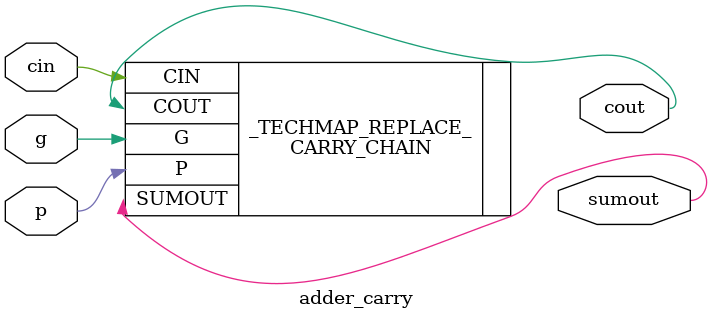
<source format=v>
module adder_carry (...);
input p;
input g;
input cin;
output sumout;
output cout;

CARRY_CHAIN _TECHMAP_REPLACE_(.P(p), .G(g), .CIN(cin), .SUMOUT(sumout), .COUT(cout));
endmodule
</source>
